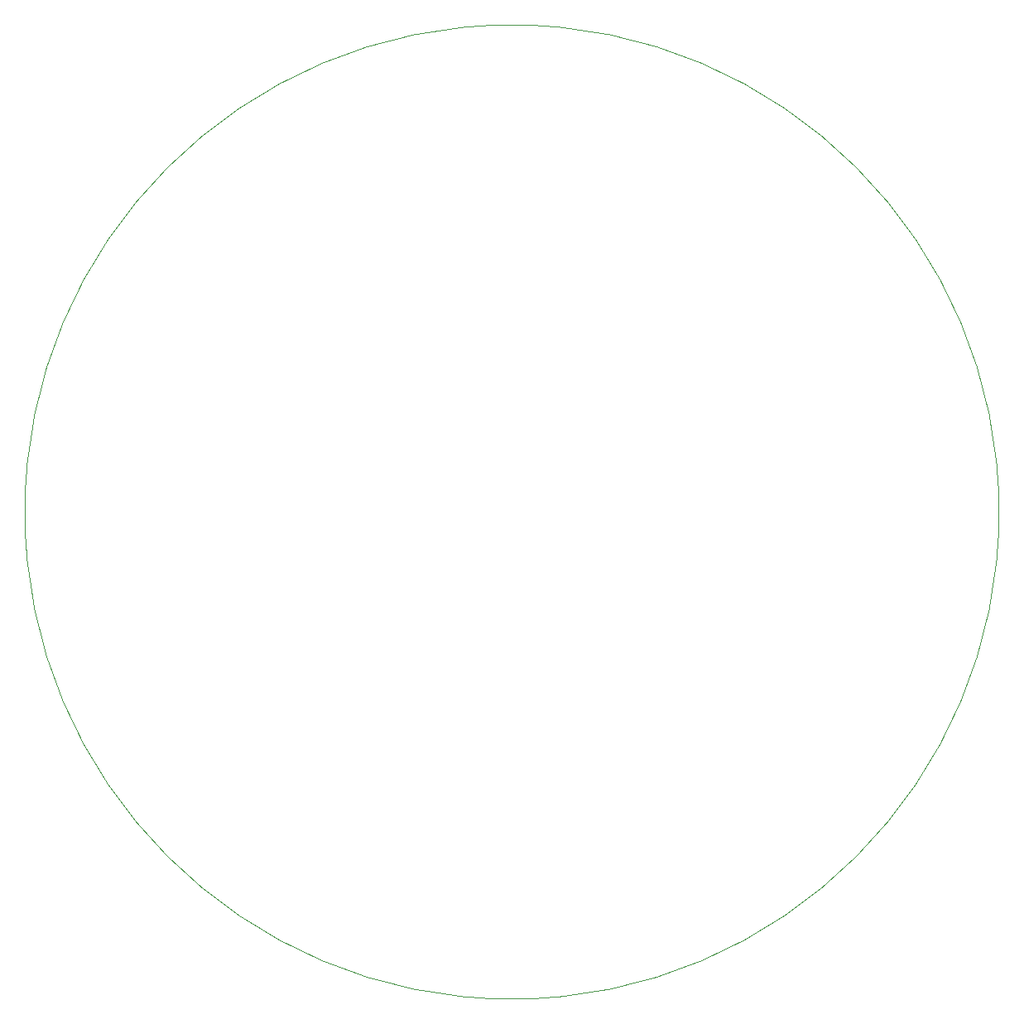
<source format=gm1>
G04 #@! TF.GenerationSoftware,KiCad,Pcbnew,7.0.9-unknown-1000.20231106gitacd7d5a.fc37*
G04 #@! TF.CreationDate,2023-11-18T18:08:37-08:00*
G04 #@! TF.ProjectId,strange-parts-sao,73747261-6e67-4652-9d70-617274732d73,rev?*
G04 #@! TF.SameCoordinates,Original*
G04 #@! TF.FileFunction,Profile,NP*
%FSLAX46Y46*%
G04 Gerber Fmt 4.6, Leading zero omitted, Abs format (unit mm)*
G04 Created by KiCad (PCBNEW 7.0.9-unknown-1000.20231106gitacd7d5a.fc37) date 2023-11-18 18:08:37*
%MOMM*%
%LPD*%
G01*
G04 APERTURE LIST*
G04 #@! TA.AperFunction,Profile*
%ADD10C,0.100000*%
G04 #@! TD*
G04 APERTURE END LIST*
D10*
X149819675Y-100000000D02*
G75*
G03*
X149819675Y-100000000I-49819675J0D01*
G01*
M02*

</source>
